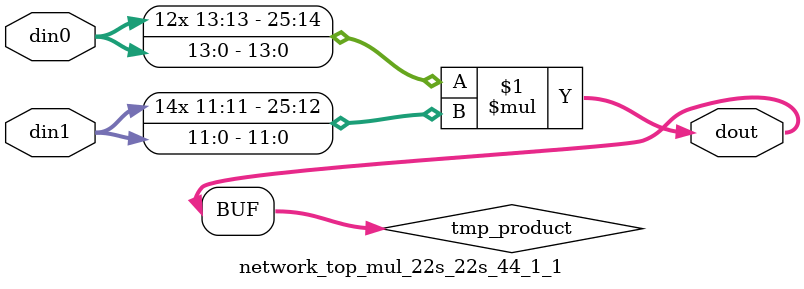
<source format=v>

`timescale 1 ns / 1 ps

  module network_top_mul_22s_22s_44_1_1(din0, din1, dout);
parameter ID = 1;
parameter NUM_STAGE = 0;
parameter din0_WIDTH = 14;
parameter din1_WIDTH = 12;
parameter dout_WIDTH = 26;

input [din0_WIDTH - 1 : 0] din0; 
input [din1_WIDTH - 1 : 0] din1; 
output [dout_WIDTH - 1 : 0] dout;

wire signed [dout_WIDTH - 1 : 0] tmp_product;













assign tmp_product = $signed(din0) * $signed(din1);








assign dout = tmp_product;







endmodule

</source>
